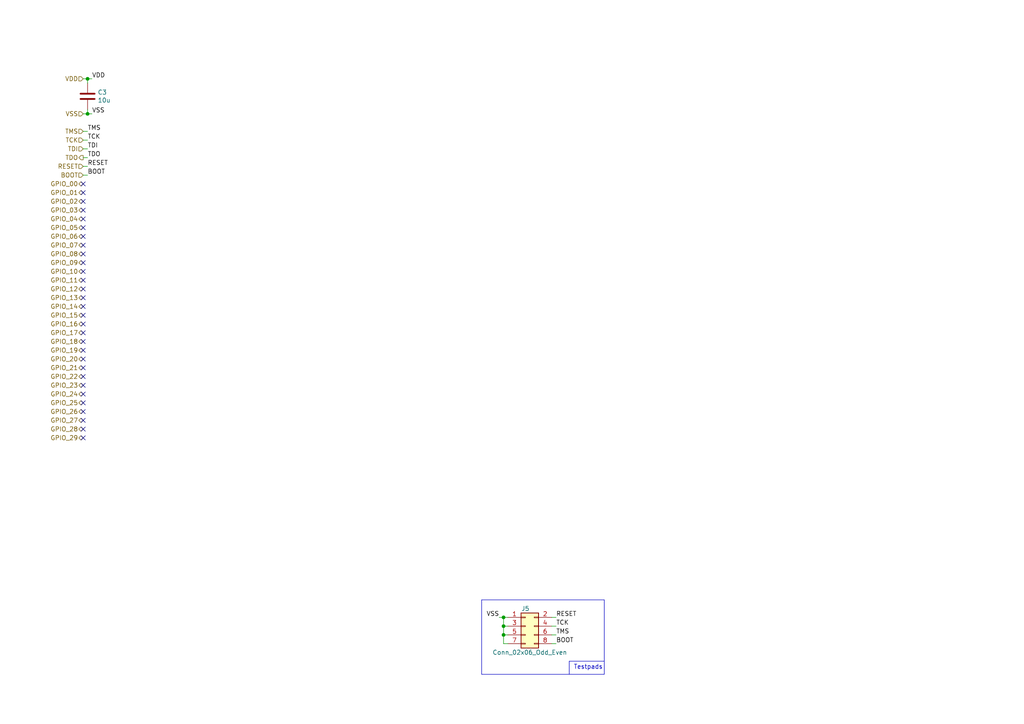
<source format=kicad_sch>
(kicad_sch (version 20230121) (generator eeschema)
  (paper "A4")
  (lib_symbols
    (symbol "Connector_Generic:Conn_02x04_Odd_Even" (pin_names (offset 1.016) hide)
      (property "Reference" "J" (at 1.27 5.08 0))
      (property "Value" "Conn_02x04_Odd_Even" (at 1.27 -7.62 0))
      (symbol "Conn_02x04_Odd_Even_1_1"
        (rectangle (start -1.27 -4.953) (end 0 -5.207) (stroke (width 0.1524)))
        (rectangle (start -1.27 -2.413) (end 0 -2.667) (stroke (width 0.1524)))
        (rectangle (start -1.27 0.127) (end 0 -0.127) (stroke (width 0.1524)))
        (rectangle (start -1.27 2.667) (end 0 2.413) (stroke (width 0.1524)))
        (rectangle (start -1.27 3.81) (end 3.81 -6.35) (stroke (width 0.254)) (fill (type background)))
        (rectangle (start 3.81 -4.953) (end 2.54 -5.207) (stroke (width 0.1524)))
        (rectangle (start 3.81 -2.413) (end 2.54 -2.667) (stroke (width 0.1524)))
        (rectangle (start 3.81 0.127) (end 2.54 -0.127) (stroke (width 0.1524)))
        (rectangle (start 3.81 2.667) (end 2.54 2.413) (stroke (width 0.1524)))
        (pin passive line (at -5.08 2.54 0) (length 3.81) (name "Pin_1") (number "1"))
        (pin passive line (at 7.62 2.54 180) (length 3.81) (name "Pin_2") (number "2"))
        (pin passive line (at -5.08 0 0) (length 3.81) (name "Pin_3") (number "3"))
        (pin passive line (at 7.62 0 180) (length 3.81) (name "Pin_4") (number "4"))
        (pin passive line (at -5.08 -2.54 0) (length 3.81) (name "Pin_5") (number "5"))
        (pin passive line (at 7.62 -2.54 180) (length 3.81) (name "Pin_6") (number "6"))
        (pin passive line (at -5.08 -5.08 0) (length 3.81) (name "Pin_7") (number "7"))
        (pin passive line (at 7.62 -5.08 180) (length 3.81) (name "Pin_8") (number "8"))
      )
    )
    (symbol "Device:C" (pin_numbers hide) (pin_names (offset 0.254))
      (property "Reference" "C" (at 0.635 2.54 0))
      (property "Value" "C" (at 0.635 -2.54 0))
      (symbol "C_0_1"
        (polyline (pts (xy -2.032 -0.762) (xy 2.032 -0.762)) (stroke (width 0.508)))
        (polyline (pts (xy -2.032 0.762) (xy 2.032 0.762)) (stroke (width 0.508)))
      )
      (symbol "C_1_1"
        (pin passive line (at 0 3.81 270) (length 2.794) (name "~") (number "1"))
        (pin passive line (at 0 -3.81 90) (length 2.794) (name "~") (number "2"))
      )
    )
  )
  (junction (at 146.05 179.07))
  (junction (at 146.05 181.61))
  (junction (at 146.05 184.15))
  (junction (at 25.4 33.02))
  (junction (at 25.4 22.86))
  (no_connect (at 24.13 93.98))
  (no_connect (at 24.13 99.06))
  (no_connect (at 24.13 58.42))
  (no_connect (at 24.13 86.36))
  (no_connect (at 24.13 106.68))
  (no_connect (at 24.13 114.3))
  (no_connect (at 24.13 101.6))
  (no_connect (at 24.13 88.9))
  (no_connect (at 24.13 66.04))
  (no_connect (at 24.13 116.84))
  (no_connect (at 24.13 96.52))
  (no_connect (at 24.13 83.82))
  (no_connect (at 24.13 76.2))
  (no_connect (at 24.13 78.74))
  (no_connect (at 24.13 55.88))
  (no_connect (at 24.13 104.14))
  (no_connect (at 24.13 119.38))
  (no_connect (at 24.13 111.76))
  (no_connect (at 24.13 124.46))
  (no_connect (at 24.13 68.58))
  (no_connect (at 24.13 121.92))
  (no_connect (at 24.13 81.28))
  (no_connect (at 24.13 127))
  (no_connect (at 24.13 63.5))
  (no_connect (at 24.13 71.12))
  (no_connect (at 24.13 53.34))
  (no_connect (at 24.13 60.96))
  (no_connect (at 24.13 91.44))
  (no_connect (at 24.13 73.66))
  (no_connect (at 24.13 109.22))
  (wire (pts (xy 24.13 50.8) (xy 25.4 50.8)))
  (wire (pts (xy 146.05 179.07) (xy 147.32 179.07)))
  (polyline (pts (xy 175.26 194.31) (xy 175.26 195.58)))
  (wire (pts (xy 160.02 179.07) (xy 161.29 179.07)))
  (polyline (pts (xy 139.7 195.58) (xy 175.26 195.58)))
  (wire (pts (xy 25.4 33.02) (xy 25.4 31.75)))
  (wire (pts (xy 24.13 38.1) (xy 25.4 38.1)))
  (wire (pts (xy 24.13 33.02) (xy 25.4 33.02)))
  (wire (pts (xy 146.05 184.15) (xy 146.05 186.69)))
  (polyline (pts (xy 175.26 173.99) (xy 139.7 173.99)))
  (wire (pts (xy 26.67 22.86) (xy 25.4 22.86)))
  (polyline (pts (xy 139.7 173.99) (xy 139.7 195.58)))
  (wire (pts (xy 160.02 186.69) (xy 161.29 186.69)))
  (wire (pts (xy 146.05 181.61) (xy 146.05 184.15)))
  (polyline (pts (xy 175.26 191.77) (xy 165.1 191.77)))
  (wire (pts (xy 25.4 45.72) (xy 24.13 45.72)))
  (wire (pts (xy 25.4 22.86) (xy 25.4 24.13)))
  (wire (pts (xy 26.67 33.02) (xy 25.4 33.02)))
  (wire (pts (xy 160.02 184.15) (xy 161.29 184.15)))
  (polyline (pts (xy 175.26 194.31) (xy 175.26 173.99)))
  (wire (pts (xy 25.4 40.64) (xy 24.13 40.64)))
  (wire (pts (xy 144.78 179.07) (xy 146.05 179.07)))
  (wire (pts (xy 160.02 181.61) (xy 161.29 181.61)))
  (wire (pts (xy 24.13 48.26) (xy 25.4 48.26)))
  (wire (pts (xy 24.13 43.18) (xy 25.4 43.18)))
  (wire (pts (xy 146.05 181.61) (xy 147.32 181.61)))
  (wire (pts (xy 146.05 184.15) (xy 147.32 184.15)))
  (wire (pts (xy 146.05 179.07) (xy 146.05 181.61)))
  (wire (pts (xy 24.13 22.86) (xy 25.4 22.86)))
  (polyline (pts (xy 165.1 191.77) (xy 165.1 195.58)))
  (wire (pts (xy 146.05 186.69) (xy 147.32 186.69)))
  (text "Testpads" (at 166.37 194.31 0) (effects (font (size 1.27 1.27)) (justify left bottom)))
  (label "BOOT" (at 25.4 50.8 0))
  (label "VDD" (at 26.67 22.86 0))
  (label "BOOT" (at 161.29 186.69 0))
  (label "TCK" (at 161.29 181.61 0))
  (label "VSS" (at 26.67 33.02 0))
  (label "TMS" (at 161.29 184.15 0))
  (label "VSS" (at 144.78 179.07 180))
  (label "RESET" (at 25.4 48.26 0))
  (label "TCK" (at 25.4 40.64 0))
  (label "TDO" (at 25.4 45.72 0))
  (label "TMS" (at 25.4 38.1 0))
  (label "TDI" (at 25.4 43.18 0))
  (label "RESET" (at 161.29 179.07 0))
  (hierarchical_label "GPIO_16" (shape bidirectional) (at 24.13 93.98 180))
  (hierarchical_label "GPIO_17" (shape bidirectional) (at 24.13 96.52 180))
  (hierarchical_label "GPIO_20" (shape bidirectional) (at 24.13 104.14 180))
  (hierarchical_label "GPIO_18" (shape bidirectional) (at 24.13 99.06 180))
  (hierarchical_label "GPIO_02" (shape bidirectional) (at 24.13 58.42 180))
  (hierarchical_label "GPIO_01" (shape bidirectional) (at 24.13 55.88 180))
  (hierarchical_label "GPIO_12" (shape bidirectional) (at 24.13 83.82 180))
  (hierarchical_label "TCK" (shape input) (at 24.13 40.64 180))
  (hierarchical_label "GPIO_24" (shape bidirectional) (at 24.13 114.3 180))
  (hierarchical_label "TDO" (shape output) (at 24.13 45.72 180))
  (hierarchical_label "GPIO_10" (shape bidirectional) (at 24.13 78.74 180))
  (hierarchical_label "GPIO_05" (shape bidirectional) (at 24.13 66.04 180))
  (hierarchical_label "GPIO_00" (shape bidirectional) (at 24.13 53.34 180))
  (hierarchical_label "RESET" (shape input) (at 24.13 48.26 180))
  (hierarchical_label "GPIO_23" (shape bidirectional) (at 24.13 111.76 180))
  (hierarchical_label "GPIO_09" (shape bidirectional) (at 24.13 76.2 180))
  (hierarchical_label "GPIO_13" (shape bidirectional) (at 24.13 86.36 180))
  (hierarchical_label "TMS" (shape input) (at 24.13 38.1 180))
  (hierarchical_label "GPIO_11" (shape bidirectional) (at 24.13 81.28 180))
  (hierarchical_label "TDI" (shape input) (at 24.13 43.18 180))
  (hierarchical_label "GPIO_04" (shape bidirectional) (at 24.13 63.5 180))
  (hierarchical_label "GPIO_15" (shape bidirectional) (at 24.13 91.44 180))
  (hierarchical_label "BOOT" (shape input) (at 24.13 50.8 180))
  (hierarchical_label "GPIO_14" (shape bidirectional) (at 24.13 88.9 180))
  (hierarchical_label "VDD" (shape input) (at 24.13 22.86 180))
  (hierarchical_label "GPIO_21" (shape bidirectional) (at 24.13 106.68 180))
  (hierarchical_label "GPIO_28" (shape bidirectional) (at 24.13 124.46 180))
  (hierarchical_label "GPIO_07" (shape bidirectional) (at 24.13 71.12 180))
  (hierarchical_label "GPIO_08" (shape bidirectional) (at 24.13 73.66 180))
  (hierarchical_label "GPIO_25" (shape bidirectional) (at 24.13 116.84 180))
  (hierarchical_label "GPIO_03" (shape bidirectional) (at 24.13 60.96 180))
  (hierarchical_label "GPIO_22" (shape bidirectional) (at 24.13 109.22 180))
  (hierarchical_label "VSS" (shape input) (at 24.13 33.02 180))
  (hierarchical_label "GPIO_29" (shape bidirectional) (at 24.13 127 180))
  (hierarchical_label "GPIO_26" (shape bidirectional) (at 24.13 119.38 180))
  (hierarchical_label "GPIO_19" (shape bidirectional) (at 24.13 101.6 180))
  (hierarchical_label "GPIO_06" (shape bidirectional) (at 24.13 68.58 180))
  (hierarchical_label "GPIO_27" (shape bidirectional) (at 24.13 121.92 180))
  (symbol (lib_id "Device:C") (at 25.4 27.94 0) (unit 1)
    (property "Reference" "C3" (at 28.321 26.7716 0) (effects (justify left)))
    (property "Value" "10u" (at 28.321 29.083 0) (effects (justify left)))
    (property "Footprint" "SquantorCapacitor:C_0603" (effects hide))
  )
  (symbol (lib_id "Connector_Generic:Conn_02x04_Odd_Even") (at 152.4 181.61 0) (unit 1)
    (property "Reference" "J5" (at 152.4 176.53 0))
    (property "Value" "Conn_02x06_Odd_Even" (at 153.67 189.23 0))
    (property "Footprint" "SquantorConnectors:Header-0127-2X04-H006" (effects hide))
  )
)
</source>
